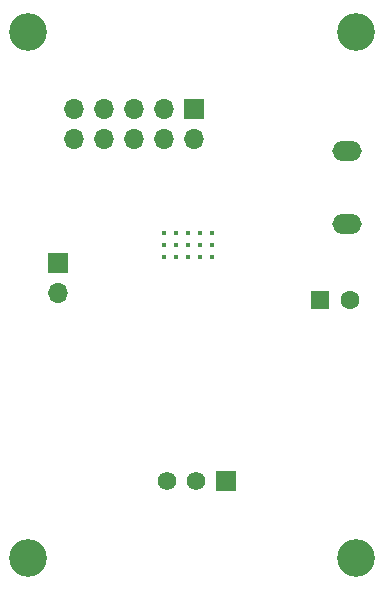
<source format=gbr>
%TF.GenerationSoftware,KiCad,Pcbnew,8.0.5*%
%TF.CreationDate,2025-12-29T14:40:48-06:00*%
%TF.ProjectId,FOC_DV,464f435f-4456-42e6-9b69-6361645f7063,rev?*%
%TF.SameCoordinates,Original*%
%TF.FileFunction,Soldermask,Bot*%
%TF.FilePolarity,Negative*%
%FSLAX46Y46*%
G04 Gerber Fmt 4.6, Leading zero omitted, Abs format (unit mm)*
G04 Created by KiCad (PCBNEW 8.0.5) date 2025-12-29 14:40:48*
%MOMM*%
%LPD*%
G01*
G04 APERTURE LIST*
%ADD10C,3.200000*%
%ADD11C,0.399999*%
%ADD12R,1.750000X1.750000*%
%ADD13C,1.575000*%
%ADD14O,2.500000X1.700000*%
%ADD15R,1.700000X1.700000*%
%ADD16O,1.700000X1.700000*%
%ADD17C,1.600000*%
%ADD18R,1.600000X1.600000*%
G04 APERTURE END LIST*
D10*
%TO.C,H4*%
X162250000Y-54500000D03*
%TD*%
%TO.C,H3*%
X134500000Y-99000000D03*
%TD*%
%TO.C,H2*%
X134500000Y-54500000D03*
%TD*%
%TO.C,H1*%
X162250000Y-99000000D03*
%TD*%
D11*
%TO.C,U1*%
X146049999Y-73500001D03*
X147049999Y-73500001D03*
X148050000Y-73500001D03*
X149050001Y-73500001D03*
X150050001Y-73500001D03*
X146049999Y-72500000D03*
X147049999Y-72500000D03*
X148050000Y-72500000D03*
X149050001Y-72500000D03*
X150050001Y-72500000D03*
X146049999Y-71499999D03*
X147049999Y-71499999D03*
X148050000Y-71499999D03*
X149050001Y-71499999D03*
X150050001Y-71499999D03*
%TD*%
D12*
%TO.C,J3*%
X151250000Y-92500000D03*
D13*
X148750000Y-92500000D03*
X146250000Y-92500000D03*
%TD*%
D14*
%TO.C,REF\u002A\u002A*%
X161500000Y-70750000D03*
X161500000Y-64500000D03*
%TD*%
D15*
%TO.C,U2*%
X148540000Y-61000000D03*
D16*
X148540000Y-63540000D03*
X146000000Y-61000000D03*
X146000000Y-63540000D03*
X143460000Y-61000000D03*
X143460000Y-63540000D03*
X140920000Y-61000000D03*
X140920000Y-63540000D03*
X138380000Y-61000000D03*
X138380000Y-63540000D03*
%TD*%
D15*
%TO.C,J1*%
X137000000Y-74000000D03*
D16*
X137000000Y-76540000D03*
%TD*%
D17*
%TO.C,C1*%
X161750000Y-77150000D03*
D18*
X159250000Y-77150000D03*
%TD*%
M02*

</source>
